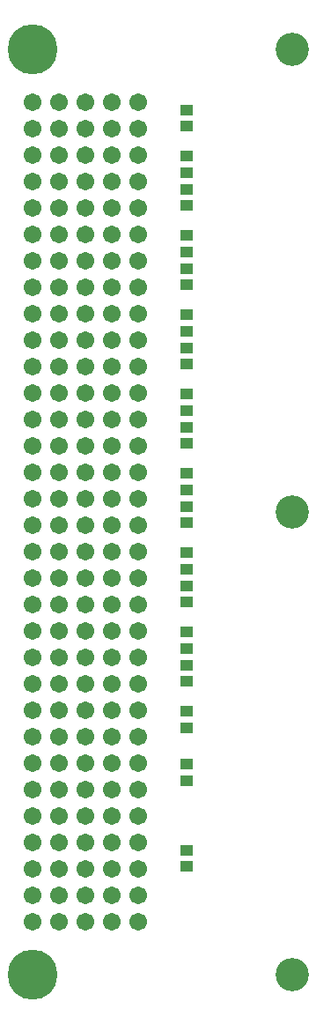
<source format=gbs>
%FSLAX25Y25*%
%MOIN*%
G70*
G01*
G75*
G04 Layer_Color=16711935*
%ADD10C,0.11811*%
%ADD11C,0.18110*%
%ADD12C,0.05906*%
%ADD13R,0.03937X0.03543*%
%ADD14C,0.01000*%
%ADD15C,0.00787*%
%ADD16C,0.00700*%
%ADD17C,0.12611*%
%ADD18C,0.18910*%
%ADD19C,0.06706*%
%ADD20R,0.04737X0.04343*%
D17*
X98425Y175000D02*
D03*
Y0D02*
D03*
Y350000D02*
D03*
D18*
X0Y350000D02*
D03*
Y0D02*
D03*
D19*
X10000Y330000D02*
D03*
Y320000D02*
D03*
Y310000D02*
D03*
Y300000D02*
D03*
Y290000D02*
D03*
Y280000D02*
D03*
Y270000D02*
D03*
Y260000D02*
D03*
Y180000D02*
D03*
Y190000D02*
D03*
Y200000D02*
D03*
Y210000D02*
D03*
Y220000D02*
D03*
Y230000D02*
D03*
Y240000D02*
D03*
Y250000D02*
D03*
Y100000D02*
D03*
Y110000D02*
D03*
Y120000D02*
D03*
Y130000D02*
D03*
Y140000D02*
D03*
Y150000D02*
D03*
Y160000D02*
D03*
Y170000D02*
D03*
Y20000D02*
D03*
Y30000D02*
D03*
Y40000D02*
D03*
Y50000D02*
D03*
Y60000D02*
D03*
Y70000D02*
D03*
Y80000D02*
D03*
Y90000D02*
D03*
X20000D02*
D03*
Y80000D02*
D03*
Y70000D02*
D03*
Y60000D02*
D03*
Y50000D02*
D03*
Y40000D02*
D03*
Y30000D02*
D03*
Y20000D02*
D03*
Y170000D02*
D03*
Y160000D02*
D03*
Y150000D02*
D03*
Y140000D02*
D03*
Y130000D02*
D03*
Y120000D02*
D03*
Y110000D02*
D03*
Y100000D02*
D03*
Y250000D02*
D03*
Y240000D02*
D03*
Y230000D02*
D03*
Y220000D02*
D03*
Y210000D02*
D03*
Y200000D02*
D03*
Y190000D02*
D03*
Y180000D02*
D03*
Y260000D02*
D03*
Y270000D02*
D03*
Y280000D02*
D03*
Y290000D02*
D03*
Y300000D02*
D03*
Y310000D02*
D03*
Y320000D02*
D03*
Y330000D02*
D03*
X30000Y90000D02*
D03*
Y80000D02*
D03*
Y70000D02*
D03*
Y60000D02*
D03*
Y50000D02*
D03*
Y40000D02*
D03*
Y30000D02*
D03*
Y20000D02*
D03*
Y170000D02*
D03*
Y160000D02*
D03*
Y150000D02*
D03*
Y140000D02*
D03*
Y130000D02*
D03*
Y120000D02*
D03*
Y110000D02*
D03*
Y100000D02*
D03*
Y250000D02*
D03*
Y240000D02*
D03*
Y230000D02*
D03*
Y220000D02*
D03*
Y210000D02*
D03*
Y200000D02*
D03*
Y190000D02*
D03*
Y180000D02*
D03*
Y260000D02*
D03*
Y270000D02*
D03*
Y280000D02*
D03*
Y290000D02*
D03*
Y300000D02*
D03*
Y310000D02*
D03*
Y320000D02*
D03*
Y330000D02*
D03*
X0D02*
D03*
Y320000D02*
D03*
Y310000D02*
D03*
Y300000D02*
D03*
Y290000D02*
D03*
Y280000D02*
D03*
Y270000D02*
D03*
Y260000D02*
D03*
Y180000D02*
D03*
Y190000D02*
D03*
Y200000D02*
D03*
Y210000D02*
D03*
Y220000D02*
D03*
Y230000D02*
D03*
Y240000D02*
D03*
Y250000D02*
D03*
Y100000D02*
D03*
Y110000D02*
D03*
Y120000D02*
D03*
Y130000D02*
D03*
Y140000D02*
D03*
Y150000D02*
D03*
Y160000D02*
D03*
Y170000D02*
D03*
Y20000D02*
D03*
Y30000D02*
D03*
Y40000D02*
D03*
Y50000D02*
D03*
Y60000D02*
D03*
Y70000D02*
D03*
Y80000D02*
D03*
Y90000D02*
D03*
X40000Y330000D02*
D03*
Y320000D02*
D03*
Y310000D02*
D03*
Y300000D02*
D03*
Y290000D02*
D03*
Y280000D02*
D03*
Y270000D02*
D03*
Y260000D02*
D03*
Y180000D02*
D03*
Y190000D02*
D03*
Y200000D02*
D03*
Y210000D02*
D03*
Y220000D02*
D03*
Y230000D02*
D03*
Y240000D02*
D03*
Y250000D02*
D03*
Y100000D02*
D03*
Y110000D02*
D03*
Y120000D02*
D03*
Y130000D02*
D03*
Y140000D02*
D03*
Y150000D02*
D03*
Y160000D02*
D03*
Y170000D02*
D03*
Y20000D02*
D03*
Y30000D02*
D03*
Y40000D02*
D03*
Y50000D02*
D03*
Y60000D02*
D03*
Y70000D02*
D03*
Y80000D02*
D03*
Y90000D02*
D03*
D20*
X58500Y47150D02*
D03*
Y40850D02*
D03*
Y79650D02*
D03*
Y73350D02*
D03*
Y93350D02*
D03*
Y99650D02*
D03*
Y117150D02*
D03*
Y110850D02*
D03*
Y123350D02*
D03*
Y129650D02*
D03*
Y147150D02*
D03*
Y140850D02*
D03*
Y153350D02*
D03*
Y159650D02*
D03*
Y177150D02*
D03*
Y170850D02*
D03*
Y183350D02*
D03*
Y189650D02*
D03*
Y207150D02*
D03*
Y200850D02*
D03*
Y213350D02*
D03*
Y219650D02*
D03*
Y237150D02*
D03*
Y230850D02*
D03*
Y243350D02*
D03*
Y249650D02*
D03*
Y267150D02*
D03*
Y260850D02*
D03*
Y273350D02*
D03*
Y279650D02*
D03*
Y297150D02*
D03*
Y290850D02*
D03*
Y303350D02*
D03*
Y309650D02*
D03*
Y327150D02*
D03*
Y320850D02*
D03*
M02*

</source>
